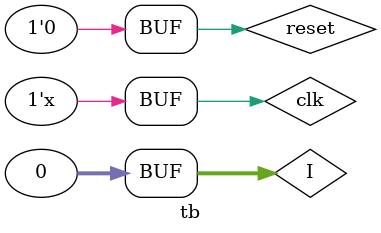
<source format=v>
`timescale 1ns / 1ps


module tb;

	// Inputs
	reg clk;
	reg reset;
	reg [31:0] I;

	// Outputs
	wire [31:0] v;
    wire [31:0] u;
	wire spike;
    
    wire [31:0] bxvmu;
    wire [31:0] bxv;

	// Instantiate the Unit Under Test (UUT)
	izneuron uut (
		.clk(clk), 
		.reset(reset), 
		.I(I), 
		.v(v), 
        .u(u),
		.spike(spike),
        
        
        .bxv(bxv),
        .bxvmu(bxvmu)
	);

	initial begin
		// Initialize Inputs
		clk = 0;
		reset = 1;
		I = 0;

		#5;
        reset = 0;
        
		// Add stimulus here

	end
      
    always #1 clk = ~clk;
    
    
endmodule


</source>
